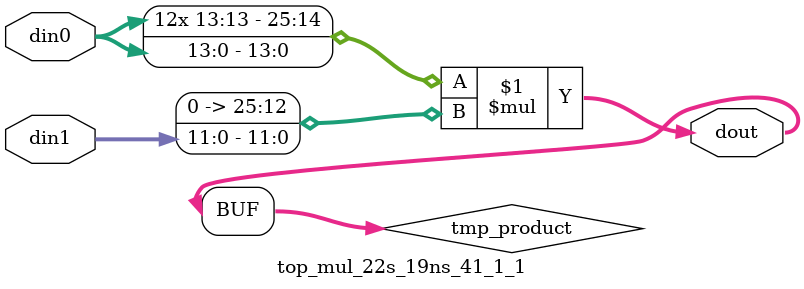
<source format=v>

`timescale 1 ns / 1 ps

 module top_mul_22s_19ns_41_1_1(din0, din1, dout);
parameter ID = 1;
parameter NUM_STAGE = 0;
parameter din0_WIDTH = 14;
parameter din1_WIDTH = 12;
parameter dout_WIDTH = 26;

input [din0_WIDTH - 1 : 0] din0; 
input [din1_WIDTH - 1 : 0] din1; 
output [dout_WIDTH - 1 : 0] dout;

wire signed [dout_WIDTH - 1 : 0] tmp_product;


























assign tmp_product = $signed(din0) * $signed({1'b0, din1});









assign dout = tmp_product;





















endmodule

</source>
